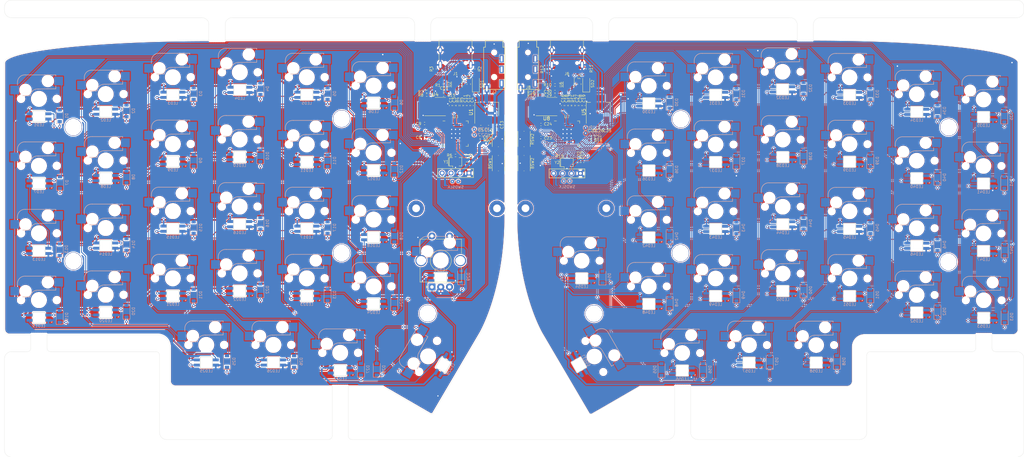
<source format=kicad_pcb>
(kicad_pcb (version 20211014) (generator pcbnew)

  (general
    (thickness 1.6)
  )

  (paper "A3")
  (layers
    (0 "F.Cu" signal)
    (31 "B.Cu" signal)
    (32 "B.Adhes" user "B.Adhesive")
    (33 "F.Adhes" user "F.Adhesive")
    (34 "B.Paste" user)
    (35 "F.Paste" user)
    (36 "B.SilkS" user "B.Silkscreen")
    (37 "F.SilkS" user "F.Silkscreen")
    (38 "B.Mask" user)
    (39 "F.Mask" user)
    (40 "Dwgs.User" user "User.Drawings")
    (41 "Cmts.User" user "User.Comments")
    (42 "Eco1.User" user "User.Eco1")
    (43 "Eco2.User" user "User.Eco2")
    (44 "Edge.Cuts" user)
    (45 "Margin" user)
    (46 "B.CrtYd" user "B.Courtyard")
    (47 "F.CrtYd" user "F.Courtyard")
    (48 "B.Fab" user)
    (49 "F.Fab" user)
  )

  (setup
    (stackup
      (layer "F.SilkS" (type "Top Silk Screen"))
      (layer "F.Paste" (type "Top Solder Paste"))
      (layer "F.Mask" (type "Top Solder Mask") (thickness 0.01))
      (layer "F.Cu" (type "copper") (thickness 0.035))
      (layer "dielectric 1" (type "core") (thickness 1.51) (material "FR4") (epsilon_r 4.5) (loss_tangent 0.02))
      (layer "B.Cu" (type "copper") (thickness 0.035))
      (layer "B.Mask" (type "Bottom Solder Mask") (thickness 0.01))
      (layer "B.Paste" (type "Bottom Solder Paste"))
      (layer "B.SilkS" (type "Bottom Silk Screen"))
      (copper_finish "None")
      (dielectric_constraints no)
    )
    (pad_to_mask_clearance 0.051)
    (solder_mask_min_width 0.25)
    (aux_axis_origin 60 80)
    (pcbplotparams
      (layerselection 0x00010fc_ffffffff)
      (disableapertmacros false)
      (usegerberextensions false)
      (usegerberattributes false)
      (usegerberadvancedattributes false)
      (creategerberjobfile false)
      (svguseinch false)
      (svgprecision 6)
      (excludeedgelayer true)
      (plotframeref false)
      (viasonmask false)
      (mode 1)
      (useauxorigin false)
      (hpglpennumber 1)
      (hpglpenspeed 20)
      (hpglpendiameter 15.000000)
      (dxfpolygonmode true)
      (dxfimperialunits true)
      (dxfusepcbnewfont true)
      (psnegative false)
      (psa4output false)
      (plotreference true)
      (plotvalue true)
      (plotinvisibletext false)
      (sketchpadsonfab false)
      (subtractmaskfromsilk false)
      (outputformat 1)
      (mirror false)
      (drillshape 0)
      (scaleselection 1)
      (outputdirectory "../../../../../Library/CloudStorage/GoogleDrive-yuchi.kbd@gmail.com/マイドライブ/Lily58/Pro_Rev2/gerver_v7_221115/")
    )
  )

  (net 0 "")
  (net 1 "GND")
  (net 2 "GNDA")
  (net 3 "Net-(D1-Pad2)")
  (net 4 "ROW0")
  (net 5 "Net-(D2-Pad2)")
  (net 6 "Net-(D3-Pad2)")
  (net 7 "Net-(D4-Pad2)")
  (net 8 "Net-(D5-Pad2)")
  (net 9 "Net-(D6-Pad2)")
  (net 10 "ROW1")
  (net 11 "Net-(D7-Pad2)")
  (net 12 "Net-(D8-Pad2)")
  (net 13 "Net-(D9-Pad2)")
  (net 14 "Net-(D10-Pad2)")
  (net 15 "Net-(D11-Pad2)")
  (net 16 "Net-(D12-Pad2)")
  (net 17 "ROW2")
  (net 18 "Net-(D13-Pad2)")
  (net 19 "Net-(D14-Pad2)")
  (net 20 "Net-(D15-Pad2)")
  (net 21 "Net-(D16-Pad2)")
  (net 22 "Net-(D17-Pad2)")
  (net 23 "Net-(D18-Pad2)")
  (net 24 "Net-(D19-Pad2)")
  (net 25 "ROW3")
  (net 26 "Net-(D20-Pad2)")
  (net 27 "Net-(D21-Pad2)")
  (net 28 "Net-(D22-Pad2)")
  (net 29 "Net-(D23-Pad2)")
  (net 30 "Net-(D24-Pad2)")
  (net 31 "Net-(D25-Pad2)")
  (net 32 "ROW4")
  (net 33 "Net-(D26-Pad2)")
  (net 34 "Net-(D27-Pad2)")
  (net 35 "Net-(D28-Pad2)")
  (net 36 "Net-(D30-Pad2)")
  (net 37 "Net-(D31-Pad2)")
  (net 38 "Net-(D32-Pad2)")
  (net 39 "Net-(D33-Pad2)")
  (net 40 "Net-(D34-Pad2)")
  (net 41 "Net-(D35-Pad2)")
  (net 42 "ROW1_R")
  (net 43 "Net-(D36-Pad2)")
  (net 44 "Net-(D37-Pad2)")
  (net 45 "Net-(D38-Pad2)")
  (net 46 "Net-(D39-Pad2)")
  (net 47 "Net-(D40-Pad2)")
  (net 48 "Net-(D41-Pad2)")
  (net 49 "ROW2_R")
  (net 50 "Net-(D42-Pad2)")
  (net 51 "Net-(D43-Pad2)")
  (net 52 "Net-(D44-Pad2)")
  (net 53 "Net-(D45-Pad2)")
  (net 54 "Net-(D46-Pad2)")
  (net 55 "Net-(D47-Pad2)")
  (net 56 "ROW3_R")
  (net 57 "Net-(D48-Pad2)")
  (net 58 "Net-(D49-Pad2)")
  (net 59 "Net-(D50-Pad2)")
  (net 60 "Net-(D51-Pad2)")
  (net 61 "Net-(D52-Pad2)")
  (net 62 "Net-(D53-Pad2)")
  (net 63 "ROW4_R")
  (net 64 "Net-(D54-Pad2)")
  (net 65 "Net-(D55-Pad2)")
  (net 66 "Net-(D56-Pad2)")
  (net 67 "Net-(D57-Pad2)")
  (net 68 "Net-(D58-Pad2)")
  (net 69 "VBUS")
  (net 70 "VDC")
  (net 71 "+5V")
  (net 72 "+5VA")
  (net 73 "D+")
  (net 74 "D-")
  (net 75 "COL0")
  (net 76 "COL1")
  (net 77 "COL2")
  (net 78 "COL3")
  (net 79 "COL4")
  (net 80 "COL5")
  (net 81 "COL0_R")
  (net 82 "COL1_R")
  (net 83 "COL2_R")
  (net 84 "COL3_R")
  (net 85 "COL4_R")
  (net 86 "COL5_R")
  (net 87 "USB_BOOT")
  (net 88 "LED")
  (net 89 "unconnected-(H10-Pad1)")
  (net 90 "LED_R")
  (net 91 "SPLIT_HAND_PIN_L")
  (net 92 "SPLIT_HAND_PIN_R")
  (net 93 "RE_SW")
  (net 94 "RE_B")
  (net 95 "RE_A")
  (net 96 "unconnected-(H11-Pad1)")
  (net 97 "unconnected-(H21-Pad1)")
  (net 98 "+1V1")
  (net 99 "+3V3")
  (net 100 "unconnected-(H22-Pad1)")
  (net 101 "+3.3VA")
  (net 102 "ROW0_R")
  (net 103 "Net-(LED1-Pad2)")
  (net 104 "Net-(LED2-Pad2)")
  (net 105 "Net-(LED3-Pad2)")
  (net 106 "Net-(LED4-Pad2)")
  (net 107 "Net-(LED5-Pad2)")
  (net 108 "Net-(LED12-Pad4)")
  (net 109 "Net-(LED13-Pad4)")
  (net 110 "Net-(LED7-Pad4)")
  (net 111 "Net-(LED8-Pad4)")
  (net 112 "Net-(LED10-Pad2)")
  (net 113 "Net-(LED10-Pad4)")
  (net 114 "Net-(LED11-Pad4)")
  (net 115 "Net-(LED13-Pad2)")
  (net 116 "Net-(LED14-Pad2)")
  (net 117 "Net-(LED15-Pad2)")
  (net 118 "Net-(LED16-Pad2)")
  (net 119 "Net-(LED17-Pad2)")
  (net 120 "Net-(LED18-Pad2)")
  (net 121 "Net-(LED19-Pad2)")
  (net 122 "Net-(LED19-Pad4)")
  (net 123 "Net-(LED20-Pad4)")
  (net 124 "Net-(LED21-Pad4)")
  (net 125 "Net-(LED22-Pad4)")
  (net 126 "Net-(LED23-Pad4)")
  (net 127 "Net-(LED25-Pad2)")
  (net 128 "Net-(LED26-Pad2)")
  (net 129 "Net-(LED27-Pad2)")
  (net 130 "Net-(LED28-Pad2)")
  (net 131 "unconnected-(LED29-Pad2)")
  (net 132 "Net-(LED30-Pad2)")
  (net 133 "Net-(LED31-Pad2)")
  (net 134 "Net-(LED32-Pad2)")
  (net 135 "Net-(LED33-Pad2)")
  (net 136 "Net-(LED34-Pad2)")
  (net 137 "Net-(LED35-Pad2)")
  (net 138 "Net-(LED36-Pad2)")
  (net 139 "Net-(LED36-Pad4)")
  (net 140 "Net-(LED37-Pad4)")
  (net 141 "Net-(LED38-Pad4)")
  (net 142 "Net-(LED39-Pad4)")
  (net 143 "Net-(LED40-Pad4)")
  (net 144 "Net-(LED42-Pad2)")
  (net 145 "Net-(LED43-Pad2)")
  (net 146 "Net-(LED44-Pad2)")
  (net 147 "Net-(LED45-Pad2)")
  (net 148 "Net-(LED46-Pad2)")
  (net 149 "Net-(LED47-Pad2)")
  (net 150 "Net-(LED48-Pad2)")
  (net 151 "Net-(LED48-Pad4)")
  (net 152 "Net-(LED49-Pad4)")
  (net 153 "Net-(LED50-Pad4)")
  (net 154 "Net-(LED51-Pad4)")
  (net 155 "Net-(LED52-Pad4)")
  (net 156 "Net-(LED54-Pad2)")
  (net 157 "Net-(LED55-Pad2)")
  (net 158 "Net-(LED56-Pad2)")
  (net 159 "Net-(LED57-Pad2)")
  (net 160 "unconnected-(LED58-Pad2)")
  (net 161 "Net-(J1-PadA5)")
  (net 162 "unconnected-(J1-PadA8)")
  (net 163 "Net-(J1-PadB5)")
  (net 164 "unconnected-(J1-PadB8)")
  (net 165 "SWD")
  (net 166 "SWCLK")
  (net 167 "QSPI_SS")
  (net 168 "Reset")
  (net 169 "QSPI_SD3")
  (net 170 "QSPI_SCLK")
  (net 171 "QSPI_SD0")
  (net 172 "QSPI_SD2")
  (net 173 "QSPI_SD1")
  (net 174 "USB_BOOT_R")
  (net 175 "Reset_R")
  (net 176 "RX")
  (net 177 "TX")
  (net 178 "RX_R")
  (net 179 "TX_R")
  (net 180 "D+_R")
  (net 181 "D-_R")
  (net 182 "SWD_R")
  (net 183 "SWCLK_R")
  (net 184 "QSPI_SD3_R")
  (net 185 "QSPI_SCLK_R")
  (net 186 "QSPI_SD0_R")
  (net 187 "QSPI_SD2_R")
  (net 188 "QSPI_SD1_R")
  (net 189 "QSPI_SS_R")
  (net 190 "SDA")
  (net 191 "SCL")
  (net 192 "SCL_R")
  (net 193 "SDA_R")
  (net 194 "Net-(F1-Pad2)")
  (net 195 "Net-(F2-Pad2)")
  (net 196 "Net-(J6-PadA5)")
  (net 197 "unconnected-(J6-PadA8)")
  (net 198 "Net-(J6-PadB5)")
  (net 199 "unconnected-(J6-PadB8)")
  (net 200 "Net-(R1-Pad1)")
  (net 201 "Net-(R4-Pad1)")
  (net 202 "Net-(R5-Pad1)")
  (net 203 "Net-(R6-Pad2)")
  (net 204 "Net-(R10-Pad1)")
  (net 205 "Net-(R14-Pad1)")
  (net 206 "Net-(R15-Pad2)")
  (net 207 "Net-(R13-Pad1)")
  (net 208 "Net-(R6-Pad1)")
  (net 209 "Net-(R15-Pad1)")
  (net 210 "+1V2")
  (net 211 "IO27")
  (net 212 "IO28")
  (net 213 "IO27_R")
  (net 214 "IO28_R")
  (net 215 "unconnected-(U3-Pad6)")
  (net 216 "Net-(U3-Pad20)")
  (net 217 "unconnected-(U3-Pad27)")
  (net 218 "unconnected-(U3-Pad31)")
  (net 219 "unconnected-(U3-Pad34)")
  (net 220 "unconnected-(U3-Pad35)")
  (net 221 "unconnected-(U3-Pad36)")
  (net 222 "unconnected-(U3-Pad37)")
  (net 223 "unconnected-(U3-Pad38)")
  (net 224 "unconnected-(U3-Pad41)")
  (net 225 "unconnected-(U7-Pad4)")
  (net 226 "unconnected-(U7-Pad5)")
  (net 227 "unconnected-(U7-Pad6)")
  (net 228 "Net-(U7-Pad20)")
  (net 229 "unconnected-(U7-Pad27)")
  (net 230 "unconnected-(U7-Pad31)")
  (net 231 "unconnected-(U7-Pad34)")
  (net 232 "unconnected-(U7-Pad35)")
  (net 233 "unconnected-(U7-Pad36)")
  (net 234 "unconnected-(U7-Pad37)")
  (net 235 "unconnected-(U7-Pad38)")
  (net 236 "unconnected-(U7-Pad41)")

  (footprint "yuchi_kbd:MX_Socket" (layer "F.Cu") (at 88.8 125.64))

  (footprint "yuchi_kbd:MX_Socket" (layer "F.Cu") (at 107.9 120.94))

  (footprint "yuchi_kbd:MX_Socket" (layer "F.Cu") (at 69.8 108.09))

  (footprint "yuchi_kbd:MX_Socket" (layer "F.Cu") (at 126.95 100.54))

  (footprint "yuchi_kbd:MX_Socket" (layer "F.Cu") (at 146 101.94))

  (footprint "yuchi_kbd:MX_Socket" (layer "F.Cu") (at 107.9 101.94))

  (footprint "yuchi_kbd:MX_Socket" (layer "F.Cu") (at 126.9 119.64))

  (footprint "yuchi_kbd:MX_Socket" (layer "F.Cu") (at 165 104.34))

  (footprint "yuchi_kbd:MX_Socket" (layer "F.Cu") (at 184.1 154.04))

  (footprint "yuchi_kbd:MX_Socket" (layer "F.Cu") (at 69.8 127.14))

  (footprint "yuchi_kbd:MX_Socket" (layer "F.Cu") (at 146 159.14))

  (footprint "yuchi_kbd:MX_Socket" (layer "F.Cu") (at 69.8 146.34))

  (footprint "yuchi_kbd:MX_Socket" (layer "F.Cu") (at 165 142.44))

  (footprint "yuchi_kbd:MX_Socket" (layer "F.Cu") (at 107.9 159.14))

  (footprint "yuchi_kbd:MX_Socket" (layer "F.Cu") (at 146 140.04))

  (footprint "yuchi_kbd:MX_Socket" (layer "F.Cu") (at 69.8 165.34))

  (footprint "yuchi_kbd:MX_Socket" (layer "F.Cu") (at 126.9 157.74))

  (footprint "yuchi_kbd:MX_Socket" (layer "F.Cu") (at 88.8 144.84))

  (footprint "yuchi_kbd:MX_Socket" (layer "F.Cu") (at 136.5 178.09))

  (footprint "yuchi_kbd:MX_Socket" (layer "F.Cu") (at 126.9 138.74))

  (footprint "yuchi_kbd:MX_Socket" (layer "F.Cu") (at 180.5 181.34 60))

  (footprint "yuchi_kbd:MX_Socket" (layer "F.Cu") (at 88.8 163.84))

  (footprint "yuchi_kbd:MX_Socket" (layer "F.Cu") (at 107.91 140.03))

  (footprint "yuchi_kbd:MX_Socket" (layer "F.Cu") (at 117.4 178.09))

  (footprint "yuchi_kbd:MX_Socket" (layer "F.Cu") (at 155.5 180.34))

  (footprint "yuchi_kbd:MX_Socket" (layer "F.Cu") (at 165 161.44))

  (footprint "yuchi_kbd:MX_Socket" (layer "F.Cu") (at 146 121.04))

  (footprint "yuchi_kbd:MX_Socket" (layer "F.Cu") (at 165 123.44))

  (footprint "Resistor_SMD:R_0402_1005Metric" (layer "F.Cu") (at 182.4 99.6 90))

  (footprint "Diode_SMD:D_SOD-123" (layer "F.Cu") (at 194.1 103.9 90))

  (footprint "Resistor_SMD:R_0402_1005Metric" (layer "F.Cu") (at 188.9 110 90))

  (footprint "Resistor_SMD:R_0402_1005Metric" (layer "F.Cu") (at 190 110 90))

  (footprint "Resistor_SMD:R_0402_1005Metric" (layer "F.Cu") (at 194.2 99.6 90))

  (footprint "Resistor_SMD:R_0402_1005Metric" (layer "F.Cu") (at 184.85 104.25 180))

  (footprint "Button_Switch_SMD:SW_Push_1P1T_NO_Vertical_Wuerth_434133025816" (layer "F.Cu") (at 200.5 119.5 90))

  (footprint "Resistor_SMD:R_0402_1005Metric" (layer "F.Cu") (at 180.1 106 180))

  (footprint "yuchi:HOLE_M2_TH" (layer "F.Cu") (at 155.9 151.94))

  (footprint "yuchi:HOLE_M2_TH" (layer "F.Cu") (at 155.9 113.74))

  (footprint "Resistor_SMD:R_0402_1005Metric" (layer "F.Cu") (at 188.3 124.2 180))

  (footprint "yuchi:HOLE_M2_TH" (layer "F.Cu") (at 79.6 154.24))

  (footprint "yuchi:HOLE_M2_TH" (layer "F.Cu") (at 180.4 169.14))

  (footprint "yuchi:HOLE_M2_TH" (layer "F.Cu") (at 79.6 116.14))

  (footprint "Resistor_SMD:R_0402_1005Metric" (layer "F.Cu") (at 180.1 107 180))

  (footprint "KiCad:RotaryEncoder_Alps_EC11E-Switch_Vertical_H20mm_CircularMountingHoles" (layer "F.Cu") (at 181.6 161.6 90))

  (footprint "yuchi_kbd:MX_Socket" (layer "F.Cu") (at 88.8 106.74))

  (footprint "Capacitor_SMD:C_0402_1005Metric" (layer "F.Cu") (at 192.7 126 -90))

  (footprint "yuchi_kbd:MX_Socket" (layer "F.Cu") (at 224.19933 154.137084))

  (footprint "yuchi_kbd:MX_Socket" (layer "F.Cu") (at 271.79933 178.137084))

  (footprint "yuchi_kbd:MX_Socket" (layer "F.Cu") (at 227.79933 181.387084 -60))

  (footprint "yuchi_kbd:MX_Socket" (layer "F.Cu")
    (tedit 636E87C9) (tstamp 00000000-0000-0000-0000-0000621fe37e)
    (at 252.79933 180.387084)
    (property "Sheetfile" "Pro_Rev2.kicad_sch")
    (property "Sheetname" "")
    (path "/00000000-0000-0000-0000-00005f49df5d")
    (attr through_hole)
    (fp_text reference "SW56" (at 7 8) (layer "Eco2.User")
      (effects (font (size 1 1) (thickness 0.15)))
      (tstamp 7d070914-297c-4dec-af87-f391772e1f4f)
    )
    (fp_text value "SW_Push" (at -5 -8) (layer "F.Fab") hide
      (effects (font (size 1 1) (thickness 0.15)))
      (tstamp febe25bc-4137-4b2d-b1c6-4da5d7ea6ea9)
    )
    (fp_line (start -4.6 -0.916) (end -2.485 -0.916) (layer "B.SilkS") (width 0.15) (tstamp 14ca786f-6d66-4520-9798-c7671e25e196))
    (fp_line (start -6.1 -1.2) (end -6.1 -0.9) (layer "B.SilkS") (width 0.15) (tstamp 1de7a25b-5d90-4e69-a32a-9479ec308581))
    (fp_line (start 4.8 -6.5) (end 4.8 -6.804) (layer "B.SilkS") (width 0.15) (tstamp 7d31323b-cb5e-4a4b-97d3-8d1852e73dfd))
    (fp_line (start 4.8 -2.85) (end -0.25 -2.804) (layer "B.SilkS") (width 0.15) (tstamp 92c4ca4a-df9e-4003-9aee-aea3552f32f2))
    (fp_line (start 4.8 -6.804) (end -3.825 -6.804) (layer "B.SilkS") (width 0.15) (tstamp ab3841fe-ca24-4058-aac3-877c1636ba44))
    (fp_line (start -6.1 -0.896) (end -5.6 -0.896) (layer "B.SilkS") (width 0.15) (tstamp ab39aeef-e384-4fd7-a5a0-4ff46490186c))
    (fp_line (start -6.1 -4.85) (end -6.1 -3.9) (layer "B.SilkS") (width 0.15) (tstamp d5d5c5dd-91a8-4247-85d6-ba585d6410f5))
    (fp_line (start 4.8 -2.85) (end 4.8 -3.7) (layer "B.SilkS") (width 0.15) (tstamp ddae09f7-d2ba-4290-bb24-43e3c61c7f0e))
    (fp_arc (start -2.485 -0.92) (mid -1.744361 -2.328061) (end -0.225 -2.8) (layer "B.SilkS") (width 0.15) (tstamp 054e6357-b3a2-41dd-bdee-db9c4bb94
... [6142228 chars truncated]
</source>
